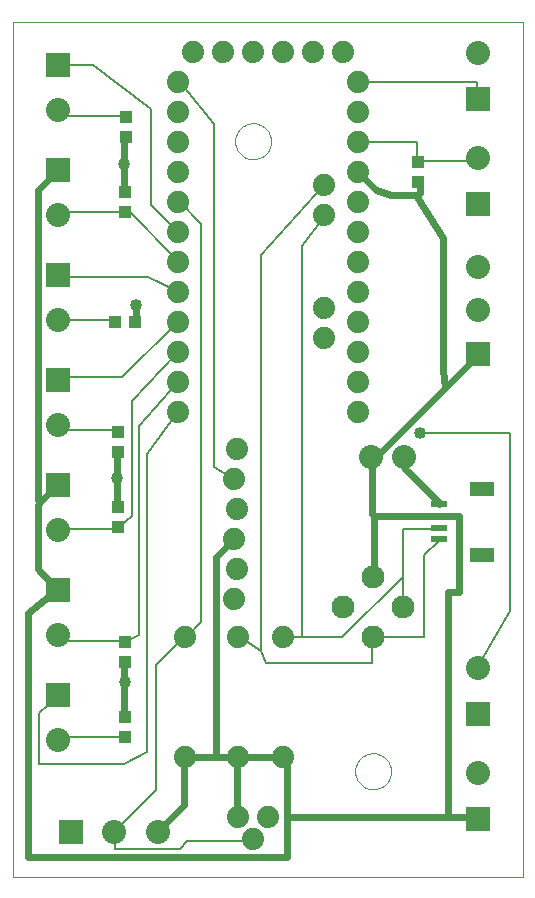
<source format=gtl>
G75*
%MOIN*%
%OFA0B0*%
%FSLAX24Y24*%
%IPPOS*%
%LPD*%
%AMOC8*
5,1,8,0,0,1.08239X$1,22.5*
%
%ADD10C,0.0000*%
%ADD11R,0.0800X0.0800*%
%ADD12C,0.0800*%
%ADD13C,0.0740*%
%ADD14C,0.0760*%
%ADD15R,0.0787X0.0472*%
%ADD16R,0.0531X0.0236*%
%ADD17R,0.0394X0.0433*%
%ADD18R,0.0433X0.0394*%
%ADD19C,0.0400*%
%ADD20C,0.0240*%
%ADD21C,0.0080*%
D10*
X000100Y000100D02*
X000100Y028600D01*
X017100Y028600D01*
X017100Y000100D01*
X000100Y000100D01*
X011510Y003610D02*
X011512Y003659D01*
X011518Y003707D01*
X011528Y003755D01*
X011542Y003802D01*
X011559Y003848D01*
X011580Y003892D01*
X011605Y003934D01*
X011633Y003974D01*
X011665Y004012D01*
X011699Y004047D01*
X011736Y004079D01*
X011775Y004108D01*
X011817Y004134D01*
X011861Y004156D01*
X011906Y004174D01*
X011953Y004189D01*
X012000Y004200D01*
X012049Y004207D01*
X012098Y004210D01*
X012147Y004209D01*
X012195Y004204D01*
X012244Y004195D01*
X012291Y004182D01*
X012337Y004165D01*
X012381Y004145D01*
X012424Y004121D01*
X012465Y004094D01*
X012503Y004063D01*
X012539Y004030D01*
X012571Y003994D01*
X012601Y003955D01*
X012628Y003914D01*
X012651Y003870D01*
X012670Y003825D01*
X012686Y003779D01*
X012698Y003732D01*
X012706Y003683D01*
X012710Y003634D01*
X012710Y003586D01*
X012706Y003537D01*
X012698Y003488D01*
X012686Y003441D01*
X012670Y003395D01*
X012651Y003350D01*
X012628Y003306D01*
X012601Y003265D01*
X012571Y003226D01*
X012539Y003190D01*
X012503Y003157D01*
X012465Y003126D01*
X012424Y003099D01*
X012381Y003075D01*
X012337Y003055D01*
X012291Y003038D01*
X012244Y003025D01*
X012195Y003016D01*
X012147Y003011D01*
X012098Y003010D01*
X012049Y003013D01*
X012000Y003020D01*
X011953Y003031D01*
X011906Y003046D01*
X011861Y003064D01*
X011817Y003086D01*
X011775Y003112D01*
X011736Y003141D01*
X011699Y003173D01*
X011665Y003208D01*
X011633Y003246D01*
X011605Y003286D01*
X011580Y003328D01*
X011559Y003372D01*
X011542Y003418D01*
X011528Y003465D01*
X011518Y003513D01*
X011512Y003561D01*
X011510Y003610D01*
X007510Y024610D02*
X007512Y024659D01*
X007518Y024707D01*
X007528Y024755D01*
X007542Y024802D01*
X007559Y024848D01*
X007580Y024892D01*
X007605Y024934D01*
X007633Y024974D01*
X007665Y025012D01*
X007699Y025047D01*
X007736Y025079D01*
X007775Y025108D01*
X007817Y025134D01*
X007861Y025156D01*
X007906Y025174D01*
X007953Y025189D01*
X008000Y025200D01*
X008049Y025207D01*
X008098Y025210D01*
X008147Y025209D01*
X008195Y025204D01*
X008244Y025195D01*
X008291Y025182D01*
X008337Y025165D01*
X008381Y025145D01*
X008424Y025121D01*
X008465Y025094D01*
X008503Y025063D01*
X008539Y025030D01*
X008571Y024994D01*
X008601Y024955D01*
X008628Y024914D01*
X008651Y024870D01*
X008670Y024825D01*
X008686Y024779D01*
X008698Y024732D01*
X008706Y024683D01*
X008710Y024634D01*
X008710Y024586D01*
X008706Y024537D01*
X008698Y024488D01*
X008686Y024441D01*
X008670Y024395D01*
X008651Y024350D01*
X008628Y024306D01*
X008601Y024265D01*
X008571Y024226D01*
X008539Y024190D01*
X008503Y024157D01*
X008465Y024126D01*
X008424Y024099D01*
X008381Y024075D01*
X008337Y024055D01*
X008291Y024038D01*
X008244Y024025D01*
X008195Y024016D01*
X008147Y024011D01*
X008098Y024010D01*
X008049Y024013D01*
X008000Y024020D01*
X007953Y024031D01*
X007906Y024046D01*
X007861Y024064D01*
X007817Y024086D01*
X007775Y024112D01*
X007736Y024141D01*
X007699Y024173D01*
X007665Y024208D01*
X007633Y024246D01*
X007605Y024286D01*
X007580Y024328D01*
X007559Y024372D01*
X007542Y024418D01*
X007528Y024465D01*
X007518Y024513D01*
X007512Y024561D01*
X007510Y024610D01*
D11*
X001600Y023670D03*
X001600Y020170D03*
X001600Y016670D03*
X001600Y013170D03*
X001600Y009670D03*
X001600Y006170D03*
X002030Y001600D03*
X015600Y002030D03*
X015600Y005530D03*
X015600Y017530D03*
X015600Y022530D03*
X015600Y026030D03*
X001600Y027170D03*
D12*
X001600Y025652D03*
X001600Y022152D03*
X001600Y018652D03*
X001600Y015152D03*
X001600Y011652D03*
X001600Y008152D03*
X001600Y004652D03*
X003478Y001600D03*
X004926Y001600D03*
X012050Y014100D03*
X013150Y014100D03*
X015600Y018978D03*
X015600Y020426D03*
X015600Y024048D03*
X015600Y027548D03*
X015600Y007048D03*
X015600Y003548D03*
D13*
X009100Y004100D03*
X008600Y002100D03*
X008100Y001350D03*
X007600Y002100D03*
X007600Y004100D03*
X005850Y004100D03*
X005850Y008100D03*
X007490Y009350D03*
X007590Y010350D03*
X007490Y011350D03*
X007590Y012350D03*
X007490Y013350D03*
X007590Y014350D03*
X005600Y015600D03*
X005600Y016600D03*
X005600Y017600D03*
X005600Y018600D03*
X005600Y019600D03*
X005600Y020600D03*
X005600Y021600D03*
X005600Y022600D03*
X005600Y023600D03*
X005600Y024600D03*
X005600Y025600D03*
X005600Y026600D03*
X006100Y027600D03*
X007100Y027600D03*
X008100Y027600D03*
X009100Y027600D03*
X010100Y027600D03*
X011100Y027600D03*
X011600Y026600D03*
X011600Y025600D03*
X011600Y024600D03*
X011600Y023600D03*
X011600Y022600D03*
X011600Y021600D03*
X011600Y020600D03*
X011600Y019600D03*
X011600Y018600D03*
X011600Y017600D03*
X011600Y016600D03*
X011600Y015600D03*
X010475Y018038D03*
X010475Y019038D03*
X010475Y022163D03*
X010475Y023163D03*
X009100Y008100D03*
X007600Y008100D03*
D14*
X011100Y009100D03*
X012100Y008100D03*
X013100Y009100D03*
X012100Y010100D03*
D15*
X015747Y010828D03*
X015747Y013032D03*
D16*
X014300Y012521D03*
X014300Y012127D03*
X014300Y011733D03*
X014300Y011339D03*
D17*
X013600Y023265D03*
X013600Y023935D03*
X003860Y024765D03*
X003860Y025435D03*
X003840Y022935D03*
X003840Y022265D03*
X003600Y014935D03*
X003600Y014265D03*
X003600Y012435D03*
X003600Y011765D03*
X003850Y007935D03*
X003850Y007265D03*
X003850Y005435D03*
X003850Y004765D03*
D18*
X003515Y018600D03*
X004185Y018600D03*
D19*
X004220Y019140D03*
X003820Y023860D03*
X003580Y013380D03*
X003850Y006600D03*
X013660Y014900D03*
D20*
X013180Y014100D02*
X013150Y014100D01*
X013180Y014100D02*
X013180Y013700D01*
X014300Y012580D01*
X014300Y012521D01*
X014300Y012127D02*
X014380Y012130D01*
X014960Y012130D01*
X014960Y009600D01*
X014600Y009600D01*
X014600Y002100D01*
X015580Y002100D01*
X015600Y002030D01*
X014600Y002100D02*
X009240Y002100D01*
X009240Y000740D01*
X000600Y000740D01*
X000600Y008900D01*
X001500Y009620D01*
X001600Y009670D01*
X001580Y009700D01*
X000940Y010340D01*
X000940Y012500D01*
X001020Y012580D01*
X000940Y012660D01*
X000940Y022980D01*
X001580Y023620D01*
X001600Y023670D01*
X003820Y023860D02*
X003820Y022980D01*
X003840Y022935D01*
X003820Y023860D02*
X003820Y024740D01*
X003860Y024765D01*
X004220Y019140D02*
X004220Y018660D01*
X004185Y018600D01*
X003600Y014265D02*
X003580Y014260D01*
X003580Y013380D01*
X003580Y012500D01*
X003600Y012435D01*
X001600Y013170D02*
X001580Y013140D01*
X001020Y012580D01*
X003850Y007265D02*
X003820Y007220D01*
X003820Y006660D01*
X003850Y006600D01*
X003820Y006580D01*
X003820Y005460D01*
X003850Y005435D01*
X005850Y004100D02*
X005820Y004020D01*
X005820Y002500D01*
X004940Y001620D01*
X004926Y001600D01*
X005850Y004100D02*
X006860Y004100D01*
X006860Y010740D01*
X007420Y011300D01*
X007490Y011350D01*
X007580Y004100D02*
X007600Y004100D01*
X009100Y004100D01*
X009240Y004020D01*
X009240Y002100D01*
X007600Y002100D02*
X007580Y002100D01*
X007580Y004100D01*
X007600Y004100D02*
X006860Y004100D01*
X012100Y010100D02*
X012140Y010100D01*
X012140Y012130D01*
X013410Y012130D01*
X014300Y012127D01*
X012140Y012130D02*
X012060Y012180D01*
X012060Y014100D01*
X012050Y014100D01*
X012140Y014020D01*
X014520Y016400D01*
X014440Y016980D01*
X014440Y021380D01*
X013580Y022740D01*
X013580Y022820D01*
X013660Y022900D01*
X013660Y023220D01*
X013580Y023300D01*
X013600Y023265D01*
X013580Y022820D02*
X012720Y022820D01*
X012220Y022980D01*
X011600Y023600D01*
X015600Y017530D02*
X015580Y017460D01*
X014520Y016400D01*
D21*
X013660Y014900D02*
X016680Y014900D01*
X016680Y008960D01*
X015580Y007060D01*
X015600Y007048D01*
X013820Y008100D02*
X013820Y010820D01*
X014300Y011300D01*
X014300Y011339D01*
X014300Y011700D02*
X014300Y011733D01*
X014300Y011700D02*
X013100Y011700D01*
X013100Y010100D01*
X011080Y008100D01*
X009730Y008100D01*
X009730Y021120D01*
X010460Y022100D01*
X010475Y022163D01*
X010460Y023140D02*
X010475Y023163D01*
X010460Y023140D02*
X008390Y020820D01*
X008390Y007620D01*
X007660Y008100D01*
X007600Y008100D01*
X008390Y007620D02*
X008540Y007220D01*
X012060Y007220D01*
X012060Y008100D01*
X012100Y008100D01*
X013820Y008100D01*
X013100Y009100D02*
X013100Y010100D01*
X009730Y008100D02*
X009100Y008100D01*
X006390Y008590D02*
X005900Y008100D01*
X005850Y008100D01*
X005820Y008100D01*
X004870Y007150D01*
X004870Y002990D01*
X003500Y001620D01*
X003478Y001600D01*
X003500Y001540D01*
X003500Y001030D01*
X005680Y001030D01*
X005920Y001300D01*
X008060Y001300D01*
X008100Y001350D01*
X004590Y004250D02*
X003820Y003850D01*
X000960Y003850D01*
X000960Y005540D01*
X001580Y006100D01*
X001600Y006170D01*
X001660Y004740D02*
X001660Y004660D01*
X001600Y004652D01*
X001660Y004740D02*
X003820Y004740D01*
X003850Y004765D01*
X004590Y004250D02*
X004590Y014180D01*
X005580Y015540D01*
X005600Y015600D01*
X005600Y016600D02*
X004320Y015120D01*
X004320Y008160D01*
X003900Y007940D01*
X003850Y007935D01*
X003820Y007940D01*
X001660Y007940D01*
X001660Y008100D01*
X001600Y008152D01*
X001600Y011652D02*
X001660Y011700D01*
X003580Y011700D01*
X003600Y011765D01*
X003660Y011780D01*
X004070Y012120D01*
X004070Y015960D01*
X005580Y017540D01*
X005600Y017600D01*
X005600Y018600D02*
X003740Y016740D01*
X001660Y016740D01*
X001600Y016670D01*
X001600Y015152D02*
X001660Y015140D01*
X001660Y014980D01*
X003580Y014980D01*
X003600Y014935D01*
X003515Y018600D02*
X003500Y018660D01*
X001660Y018660D01*
X001600Y018652D01*
X001660Y020100D02*
X001600Y020170D01*
X001660Y020100D02*
X004610Y020100D01*
X005580Y019620D01*
X005600Y019600D01*
X005600Y020600D02*
X005580Y020660D01*
X003900Y022340D01*
X003840Y022265D01*
X003820Y022260D01*
X001660Y022260D01*
X001660Y022180D01*
X001600Y022152D01*
X001660Y025460D02*
X001660Y025620D01*
X001600Y025652D01*
X001660Y025460D02*
X003820Y025460D01*
X003860Y025435D01*
X004720Y025700D02*
X002780Y027140D01*
X001660Y027140D01*
X001600Y027170D01*
X004720Y025700D02*
X004720Y022480D01*
X005600Y021600D01*
X006390Y021850D02*
X005660Y022580D01*
X005600Y022600D01*
X006390Y021850D02*
X006390Y008590D01*
X007490Y013350D02*
X007420Y013380D01*
X006800Y013750D01*
X006800Y025190D01*
X005660Y026580D01*
X005600Y026600D01*
X011600Y026600D02*
X011660Y026580D01*
X015580Y026580D01*
X015580Y026100D01*
X015600Y026030D01*
X015600Y024048D02*
X015580Y024020D01*
X015580Y023940D01*
X013660Y023940D01*
X013600Y023935D01*
X013580Y023940D01*
X013580Y024580D01*
X011660Y024580D01*
X011600Y024600D01*
M02*

</source>
